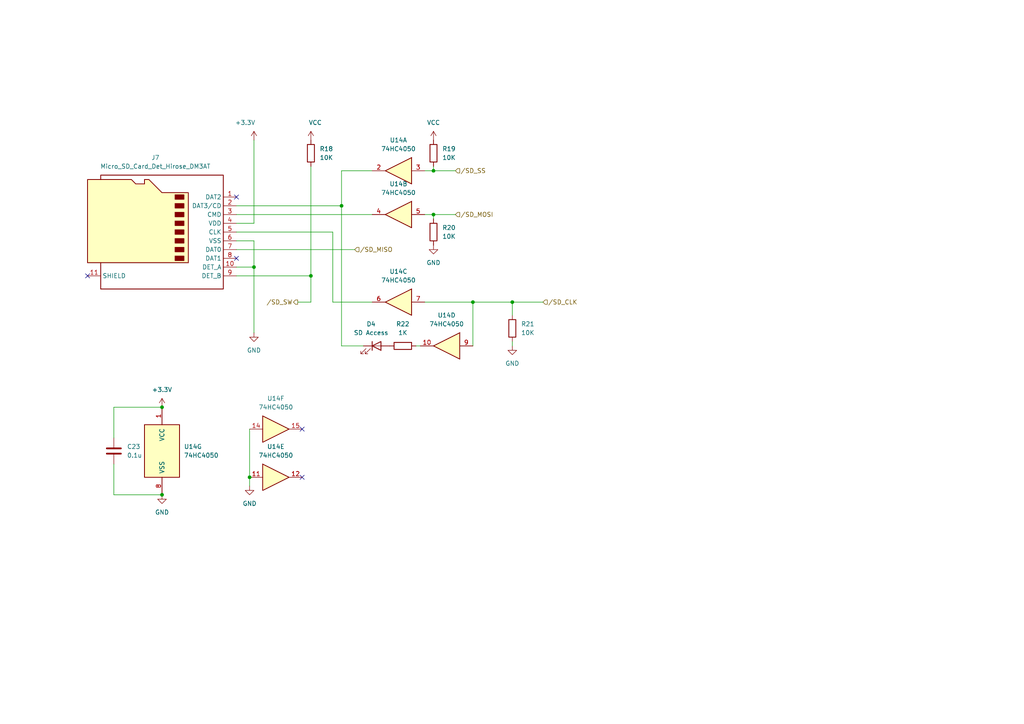
<source format=kicad_sch>
(kicad_sch (version 20230121) (generator eeschema)
  (paper "A4")
  (title_block (title "Micro SD Card interface"))
  (lib_symbols
    (symbol "4xxx:4050" (pin_names (offset 1.016))
      (property "Reference" "U" (at 0 1.27 0))
      (property "Value" "4050" (at 0 -1.27 0))
      (symbol "4050_1_0"
        (polyline (pts (xy -3.81 3.81) (xy -3.81 -3.81) (xy 3.81 0) (xy -3.81 3.81)) (stroke (width 0.254)) (fill (type background)))
        (pin output line (at 7.62 0 180) (length 3.81) (name "~") (number "2"))
        (pin input line (at -7.62 0 0) (length 3.81) (name "~") (number "3"))
      )
      (symbol "4050_2_0"
        (polyline (pts (xy -3.81 3.81) (xy -3.81 -3.81) (xy 3.81 0) (xy -3.81 3.81)) (stroke (width 0.254)) (fill (type background)))
        (pin output line (at 7.62 0 180) (length 3.81) (name "~") (number "4"))
        (pin input line (at -7.62 0 0) (length 3.81) (name "~") (number "5"))
      )
      (symbol "4050_3_0"
        (polyline (pts (xy -3.81 3.81) (xy -3.81 -3.81) (xy 3.81 0) (xy -3.81 3.81)) (stroke (width 0.254)) (fill (type background)))
        (pin output line (at 7.62 0 180) (length 3.81) (name "~") (number "6"))
        (pin input line (at -7.62 0 0) (length 3.81) (name "~") (number "7"))
      )
      (symbol "4050_4_0"
        (polyline (pts (xy -3.81 3.81) (xy -3.81 -3.81) (xy 3.81 0) (xy -3.81 3.81)) (stroke (width 0.254)) (fill (type background)))
        (pin output line (at 7.62 0 180) (length 3.81) (name "~") (number "10"))
        (pin input line (at -7.62 0 0) (length 3.81) (name "~") (number "9"))
      )
      (symbol "4050_5_0"
        (polyline (pts (xy -3.81 3.81) (xy -3.81 -3.81) (xy 3.81 0) (xy -3.81 3.81)) (stroke (width 0.254)) (fill (type background)))
        (pin input line (at -7.62 0 0) (length 3.81) (name "~") (number "11"))
        (pin output line (at 7.62 0 180) (length 3.81) (name "~") (number "12"))
      )
      (symbol "4050_6_0"
        (polyline (pts (xy -3.81 3.81) (xy -3.81 -3.81) (xy 3.81 0) (xy -3.81 3.81)) (stroke (width 0.254)) (fill (type background)))
        (pin input line (at -7.62 0 0) (length 3.81) (name "~") (number "14"))
        (pin output line (at 7.62 0 180) (length 3.81) (name "~") (number "15"))
      )
      (symbol "4050_7_0"
        (pin power_in line (at 0 12.7 270) (length 5.08) (name "VCC") (number "1"))
        (pin power_in line (at 0 -12.7 90) (length 5.08) (name "VSS") (number "8"))
      )
      (symbol "4050_7_1"
        (rectangle (start -5.08 7.62) (end 5.08 -7.62) (stroke (width 0.254)) (fill (type background)))
      )
    )
    (symbol "Connector:Micro_SD_Card_Det_Hirose_DM3AT"
      (property "Reference" "J" (at -16.51 17.78 0))
      (property "Value" "Micro_SD_Card_Det_Hirose_DM3AT" (at 16.51 17.78 0))
      (symbol "Micro_SD_Card_Det_Hirose_DM3AT_0_1"
        (rectangle (start -7.62 -6.985) (end -5.08 -8.255) (stroke (width 0.254)) (fill (type outline)))
        (rectangle (start -7.62 -4.445) (end -5.08 -5.715) (stroke (width 0.254)) (fill (type outline)))
        (rectangle (start -7.62 -1.905) (end -5.08 -3.175) (stroke (width 0.254)) (fill (type outline)))
        (rectangle (start -7.62 0.635) (end -5.08 -0.635) (stroke (width 0.254)) (fill (type outline)))
        (rectangle (start -7.62 3.175) (end -5.08 1.905) (stroke (width 0.254)) (fill (type outline)))
        (rectangle (start -7.62 5.715) (end -5.08 4.445) (stroke (width 0.254)) (fill (type outline)))
        (rectangle (start -7.62 8.255) (end -5.08 6.985) (stroke (width 0.254)) (fill (type outline)))
        (rectangle (start -7.62 10.795) (end -5.08 9.525) (stroke (width 0.254)) (fill (type outline)))
        (polyline (pts (xy 16.51 15.24) (xy 16.51 16.51) (xy -19.05 16.51) (xy -19.05 -16.51) (xy 16.51 -16.51) (xy 16.51 -8.89)) (stroke (width 0.254)))
        (polyline (pts (xy -8.89 -8.89) (xy -8.89 11.43) (xy -1.27 11.43) (xy 2.54 15.24) (xy 3.81 15.24) (xy 3.81 13.97) (xy 6.35 13.97) (xy 7.62 15.24) (xy 20.32 15.24) (xy 20.32 -8.89) (xy -8.89 -8.89)) (stroke (width 0.254)) (fill (type background)))
      )
      (symbol "Micro_SD_Card_Det_Hirose_DM3AT_1_1"
        (pin bidirectional line (at -22.86 10.16 0) (length 3.81) (name "DAT2") (number "1"))
        (pin passive line (at -22.86 -10.16 0) (length 3.81) (name "DET_A") (number "10"))
        (pin passive line (at 20.32 -12.7 180) (length 3.81) (name "SHIELD") (number "11"))
        (pin bidirectional line (at -22.86 7.62 0) (length 3.81) (name "DAT3/CD") (number "2"))
        (pin input line (at -22.86 5.08 0) (length 3.81) (name "CMD") (number "3"))
        (pin power_in line (at -22.86 2.54 0) (length 3.81) (name "VDD") (number "4"))
        (pin input line (at -22.86 0 0) (length 3.81) (name "CLK") (number "5"))
        (pin power_in line (at -22.86 -2.54 0) (length 3.81) (name "VSS") (number "6"))
        (pin bidirectional line (at -22.86 -5.08 0) (length 3.81) (name "DAT0") (number "7"))
        (pin bidirectional line (at -22.86 -7.62 0) (length 3.81) (name "DAT1") (number "8"))
        (pin passive line (at -22.86 -12.7 0) (length 3.81) (name "DET_B") (number "9"))
      )
    )
    (symbol "Device:C" (pin_numbers hide) (pin_names (offset 0.254))
      (property "Reference" "C" (at 0.635 2.54 0))
      (property "Value" "C" (at 0.635 -2.54 0))
      (symbol "C_0_1"
        (polyline (pts (xy -2.032 -0.762) (xy 2.032 -0.762)) (stroke (width 0.508)))
        (polyline (pts (xy -2.032 0.762) (xy 2.032 0.762)) (stroke (width 0.508)))
      )
      (symbol "C_1_1"
        (pin passive line (at 0 3.81 270) (length 2.794) (name "~") (number "1"))
        (pin passive line (at 0 -3.81 90) (length 2.794) (name "~") (number "2"))
      )
    )
    (symbol "Device:LED" (pin_numbers hide) (pin_names (offset 1.016) hide)
      (property "Reference" "D" (at 0 2.54 0))
      (property "Value" "LED" (at 0 -2.54 0))
      (symbol "LED_0_1"
        (polyline (pts (xy -1.27 -1.27) (xy -1.27 1.27)) (stroke (width 0.254)))
        (polyline (pts (xy -1.27 0) (xy 1.27 0)))
        (polyline (pts (xy 1.27 -1.27) (xy 1.27 1.27) (xy -1.27 0) (xy 1.27 -1.27)) (stroke (width 0.254)))
        (polyline (pts (xy -3.048 -0.762) (xy -4.572 -2.286) (xy -3.81 -2.286) (xy -4.572 -2.286) (xy -4.572 -1.524)))
        (polyline (pts (xy -1.778 -0.762) (xy -3.302 -2.286) (xy -2.54 -2.286) (xy -3.302 -2.286) (xy -3.302 -1.524)))
      )
      (symbol "LED_1_1"
        (pin passive line (at -3.81 0 0) (length 2.54) (name "K") (number "1"))
        (pin passive line (at 3.81 0 180) (length 2.54) (name "A") (number "2"))
      )
    )
    (symbol "Device:R" (pin_numbers hide) (pin_names (offset 0))
      (property "Reference" "R" (at 2.032 0 90))
      (property "Value" "R" (at 0 0 90))
      (symbol "R_0_1"
        (rectangle (start -1.016 -2.54) (end 1.016 2.54) (stroke (width 0.254)))
      )
      (symbol "R_1_1"
        (pin passive line (at 0 3.81 270) (length 1.27) (name "~") (number "1"))
        (pin passive line (at 0 -3.81 90) (length 1.27) (name "~") (number "2"))
      )
    )
    (symbol "power:+3.3V" (power) (pin_names (offset 0))
      (property "Value" "+3.3V" (at 0 3.556 0))
      (symbol "+3.3V_0_1"
        (polyline (pts (xy -0.762 1.27) (xy 0 2.54)))
        (polyline (pts (xy 0 0) (xy 0 2.54)))
        (polyline (pts (xy 0 2.54) (xy 0.762 1.27)))
      )
      (symbol "+3.3V_1_1"
        (pin power_in line (at 0 0 90) (length 0) hide (name "+3.3V") (number "1"))
      )
    )
    (symbol "power:GND" (power) (pin_names (offset 0))
      (property "Value" "GND" (at 0 -3.81 0))
      (symbol "GND_0_1"
        (polyline (pts (xy 0 0) (xy 0 -1.27) (xy 1.27 -1.27) (xy 0 -2.54) (xy -1.27 -1.27) (xy 0 -1.27)))
      )
      (symbol "GND_1_1"
        (pin power_in line (at 0 0 270) (length 0) hide (name "GND") (number "1"))
      )
    )
    (symbol "power:VCC" (power) (pin_names (offset 0))
      (property "Value" "VCC" (at 0 3.81 0))
      (symbol "VCC_0_1"
        (polyline (pts (xy -0.762 1.27) (xy 0 2.54)))
        (polyline (pts (xy 0 0) (xy 0 2.54)))
        (polyline (pts (xy 0 2.54) (xy 0.762 1.27)))
      )
      (symbol "VCC_1_1"
        (pin power_in line (at 0 0 90) (length 0) hide (name "VCC") (number "1"))
      )
    )
  )
  (junction (at 99.06 59.69))
  (junction (at 72.39 138.43))
  (junction (at 125.73 49.53))
  (junction (at 46.99 118.11))
  (junction (at 73.66 77.47))
  (junction (at 46.99 143.51))
  (junction (at 90.17 80.01))
  (junction (at 148.59 87.63))
  (junction (at 137.16 87.63))
  (junction (at 125.73 62.23))
  (no_connect (at 68.58 57.15))
  (no_connect (at 87.63 138.43))
  (no_connect (at 87.63 124.46))
  (no_connect (at 68.58 74.93))
  (no_connect (at 25.4 80.01))
  (wire (pts (xy 90.17 80.01) (xy 90.17 87.63)))
  (wire (pts (xy 99.06 59.69) (xy 99.06 49.53)))
  (wire (pts (xy 123.19 49.53) (xy 125.73 49.53)))
  (wire (pts (xy 68.58 64.77) (xy 73.66 64.77)))
  (wire (pts (xy 33.02 134.62) (xy 33.02 143.51)))
  (wire (pts (xy 33.02 127) (xy 33.02 118.11)))
  (wire (pts (xy 125.73 49.53) (xy 125.73 48.26)))
  (wire (pts (xy 137.16 87.63) (xy 148.59 87.63)))
  (wire (pts (xy 33.02 143.51) (xy 46.99 143.51)))
  (wire (pts (xy 137.16 87.63) (xy 137.16 100.33)))
  (wire (pts (xy 125.73 62.23) (xy 125.73 63.5)))
  (wire (pts (xy 96.52 67.31) (xy 96.52 87.63)))
  (wire (pts (xy 86.36 87.63) (xy 90.17 87.63)))
  (wire (pts (xy 125.73 49.53) (xy 132.08 49.53)))
  (wire (pts (xy 96.52 87.63) (xy 107.95 87.63)))
  (wire (pts (xy 72.39 124.46) (xy 72.39 138.43)))
  (wire (pts (xy 148.59 100.33) (xy 148.59 99.06)))
  (wire (pts (xy 68.58 67.31) (xy 96.52 67.31)))
  (wire (pts (xy 73.66 77.47) (xy 73.66 96.52)))
  (wire (pts (xy 105.41 100.33) (xy 99.06 100.33)))
  (wire (pts (xy 99.06 49.53) (xy 107.95 49.53)))
  (wire (pts (xy 125.73 62.23) (xy 132.08 62.23)))
  (wire (pts (xy 73.66 64.77) (xy 73.66 40.64)))
  (wire (pts (xy 68.58 69.85) (xy 73.66 69.85)))
  (wire (pts (xy 123.19 62.23) (xy 125.73 62.23)))
  (wire (pts (xy 73.66 69.85) (xy 73.66 77.47)))
  (wire (pts (xy 120.65 100.33) (xy 121.92 100.33)))
  (wire (pts (xy 148.59 87.63) (xy 148.59 91.44)))
  (wire (pts (xy 90.17 80.01) (xy 68.58 80.01)))
  (wire (pts (xy 123.19 87.63) (xy 137.16 87.63)))
  (wire (pts (xy 99.06 59.69) (xy 99.06 100.33)))
  (wire (pts (xy 68.58 62.23) (xy 107.95 62.23)))
  (wire (pts (xy 68.58 72.39) (xy 102.87 72.39)))
  (wire (pts (xy 68.58 77.47) (xy 73.66 77.47)))
  (wire (pts (xy 90.17 48.26) (xy 90.17 80.01)))
  (wire (pts (xy 72.39 138.43) (xy 72.39 140.97)))
  (wire (pts (xy 68.58 59.69) (xy 99.06 59.69)))
  (wire (pts (xy 148.59 87.63) (xy 157.48 87.63)))
  (wire (pts (xy 33.02 118.11) (xy 46.99 118.11)))
  (hierarchical_label "{slash}SD_MOSI" (shape input) (at 132.08 62.23 0))
  (hierarchical_label "{slash}SD_SS" (shape input) (at 132.08 49.53 0))
  (hierarchical_label "{slash}SD_CLK" (shape input) (at 157.48 87.63 0))
  (hierarchical_label "{slash}SD_MISO" (shape input) (at 102.87 72.39 0))
  (hierarchical_label "{slash}SD_SW" (shape output) (at 86.36 87.63 180))
  (symbol (lib_id "power:GND") (at 125.73 71.12 0) (unit 1)
    (property "Reference" "#PWR075" (effects hide))
    (property "Value" "GND" (at 125.73 76.2 0))
  )
  (symbol (lib_id "power:GND") (at 73.66 96.52 0) (unit 1)
    (property "Reference" "#PWR076" (effects hide))
    (property "Value" "GND" (at 73.66 101.6 0))
  )
  (symbol (lib_id "4xxx:4050") (at 80.01 138.43 0) (unit 5)
    (property "Reference" "U14" (at 80.01 129.54 0))
    (property "Value" "74HC4050" (at 80.01 132.08 0))
    (property "Footprint" "Package_DIP:DIP-16_W7.62mm_Socket" (effects hide))
    (property "Datasheet" "http://www.intersil.com/content/dam/intersil/documents/cd40/cd4050bms.pdf" (effects hide))
  )
  (symbol (lib_id "4xxx:4050") (at 80.01 124.46 0) (unit 6)
    (property "Reference" "U14" (at 80.01 115.57 0))
    (property "Value" "74HC4050" (at 80.01 118.11 0))
    (property "Footprint" "Package_DIP:DIP-16_W7.62mm_Socket" (effects hide))
    (property "Datasheet" "http://www.intersil.com/content/dam/intersil/documents/cd40/cd4050bms.pdf" (effects hide))
  )
  (symbol (lib_id "power:GND") (at 72.39 140.97 0) (unit 1)
    (property "Reference" "#PWR079" (effects hide))
    (property "Value" "GND" (at 72.39 146.05 0))
  )
  (symbol (lib_id "Device:R") (at 90.17 44.45 0) (unit 1)
    (property "Reference" "R18" (at 92.71 43.1799 0) (effects (justify left)))
    (property "Value" "10K" (at 92.71 45.7199 0) (effects (justify left)))
    (property "Footprint" "Resistor_THT:R_Axial_DIN0204_L3.6mm_D1.6mm_P7.62mm_Horizontal" (effects hide))
  )
  (symbol (lib_id "power:+3.3V") (at 46.99 118.11 0) (unit 1)
    (property "Reference" "#PWR078" (effects hide))
    (property "Value" "+3.3V" (at 46.99 113.03 0))
  )
  (symbol (lib_id "Device:R") (at 148.59 95.25 0) (unit 1)
    (property "Reference" "R21" (at 151.13 93.9799 0) (effects (justify left)))
    (property "Value" "10K" (at 151.13 96.5199 0) (effects (justify left)))
    (property "Footprint" "Resistor_THT:R_Axial_DIN0204_L3.6mm_D1.6mm_P7.62mm_Horizontal" (effects hide))
  )
  (symbol (lib_id "4xxx:4050") (at 115.57 49.53 0) (mirror y) (unit 1)
    (property "Reference" "U14" (at 115.57 40.64 0))
    (property "Value" "74HC4050" (at 115.57 43.18 0))
    (property "Footprint" "Package_DIP:DIP-16_W7.62mm_Socket" (effects hide))
    (property "Datasheet" "http://www.intersil.com/content/dam/intersil/documents/cd40/cd4050bms.pdf" (effects hide))
  )
  (symbol (lib_id "Device:LED") (at 109.22 100.33 0) (unit 1)
    (property "Reference" "D4" (at 107.6325 93.98 0))
    (property "Value" "SD Access" (at 107.6325 96.52 0))
    (property "Footprint" "LED_THT:LED_D3.0mm" (effects hide))
  )
  (symbol (lib_id "power:+3.3V") (at 73.66 40.64 0) (unit 1)
    (property "Reference" "#PWR072" (effects hide))
    (property "Value" "+3.3V" (at 71.12 35.56 0))
  )
  (symbol (lib_id "Connector:Micro_SD_Card_Det_Hirose_DM3AT") (at 45.72 67.31 0) (mirror y) (unit 1)
    (property "Reference" "J7" (at 45.085 45.72 0))
    (property "Value" "Micro_SD_Card_Det_Hirose_DM3AT" (at 45.085 48.26 0))
    (property "Footprint" "Connector_Card:microSD_HC_Hirose_DM3AT-SF-PEJM5" (effects hide))
    (property "Datasheet" "https://www.hirose.com/product/en/download_file/key_name/DM3/category/Catalog/doc_file_id/49662/?file_category_id=4&item_id=195&is_series=1" (effects hide))
  )
  (symbol (lib_id "4xxx:4050") (at 46.99 130.81 0) (unit 7)
    (property "Reference" "U14" (at 53.34 129.5399 0) (effects (justify left)))
    (property "Value" "74HC4050" (at 53.34 132.0799 0) (effects (justify left)))
    (property "Footprint" "Package_DIP:DIP-16_W7.62mm_Socket" (effects hide))
    (property "Datasheet" "http://www.intersil.com/content/dam/intersil/documents/cd40/cd4050bms.pdf" (effects hide))
  )
  (symbol (lib_id "Device:R") (at 125.73 44.45 0) (unit 1)
    (property "Reference" "R19" (at 128.27 43.1799 0) (effects (justify left)))
    (property "Value" "10K" (at 128.27 45.7199 0) (effects (justify left)))
    (property "Footprint" "Resistor_THT:R_Axial_DIN0204_L3.6mm_D1.6mm_P7.62mm_Horizontal" (effects hide))
  )
  (symbol (lib_id "Device:R") (at 116.84 100.33 270) (unit 1)
    (property "Reference" "R22" (at 116.84 93.98 90))
    (property "Value" "1K" (at 116.84 96.52 90))
    (property "Footprint" "Resistor_THT:R_Axial_DIN0204_L3.6mm_D1.6mm_P7.62mm_Horizontal" (effects hide))
  )
  (symbol (lib_id "power:VCC") (at 125.73 40.64 0) (unit 1)
    (property "Reference" "#PWR074" (effects hide))
    (property "Value" "VCC" (at 125.73 35.56 0))
  )
  (symbol (lib_id "Device:C") (at 33.02 130.81 0) (unit 1)
    (property "Reference" "C23" (at 36.83 129.5399 0) (effects (justify left)))
    (property "Value" "0.1u" (at 36.83 132.0799 0) (effects (justify left)))
    (property "Footprint" "Capacitor_THT:C_Disc_D3.8mm_W2.6mm_P2.50mm" (effects hide))
  )
  (symbol (lib_id "4xxx:4050") (at 115.57 87.63 0) (mirror y) (unit 3)
    (property "Reference" "U14" (at 115.57 78.74 0))
    (property "Value" "74HC4050" (at 115.57 81.28 0))
    (property "Footprint" "Package_DIP:DIP-16_W7.62mm_Socket" (effects hide))
    (property "Datasheet" "http://www.intersil.com/content/dam/intersil/documents/cd40/cd4050bms.pdf" (effects hide))
  )
  (symbol (lib_id "Device:R") (at 125.73 67.31 0) (unit 1)
    (property "Reference" "R20" (at 128.27 66.0399 0) (effects (justify left)))
    (property "Value" "10K" (at 128.27 68.5799 0) (effects (justify left)))
    (property "Footprint" "Resistor_THT:R_Axial_DIN0204_L3.6mm_D1.6mm_P7.62mm_Horizontal" (effects hide))
  )
  (symbol (lib_id "4xxx:4050") (at 115.57 62.23 0) (mirror y) (unit 2)
    (property "Reference" "U14" (at 115.57 53.34 0))
    (property "Value" "74HC4050" (at 115.57 55.88 0))
    (property "Footprint" "Package_DIP:DIP-16_W7.62mm_Socket" (effects hide))
    (property "Datasheet" "http://www.intersil.com/content/dam/intersil/documents/cd40/cd4050bms.pdf" (effects hide))
  )
  (symbol (lib_id "power:GND") (at 46.99 143.51 0) (unit 1)
    (property "Reference" "#PWR080" (effects hide))
    (property "Value" "GND" (at 46.99 148.59 0))
  )
  (symbol (lib_id "4xxx:4050") (at 129.54 100.33 0) (mirror y) (unit 4)
    (property "Reference" "U14" (at 129.54 91.44 0))
    (property "Value" "74HC4050" (at 129.54 93.98 0))
    (property "Footprint" "Package_DIP:DIP-16_W7.62mm_Socket" (effects hide))
    (property "Datasheet" "http://www.intersil.com/content/dam/intersil/documents/cd40/cd4050bms.pdf" (effects hide))
  )
  (symbol (lib_id "power:GND") (at 148.59 100.33 0) (unit 1)
    (property "Reference" "#PWR077" (effects hide))
    (property "Value" "GND" (at 148.59 105.41 0))
  )
  (symbol (lib_id "power:VCC") (at 90.17 40.64 0) (unit 1)
    (property "Reference" "#PWR073" (effects hide))
    (property "Value" "VCC" (at 91.44 35.56 0))
  )
)
</source>
